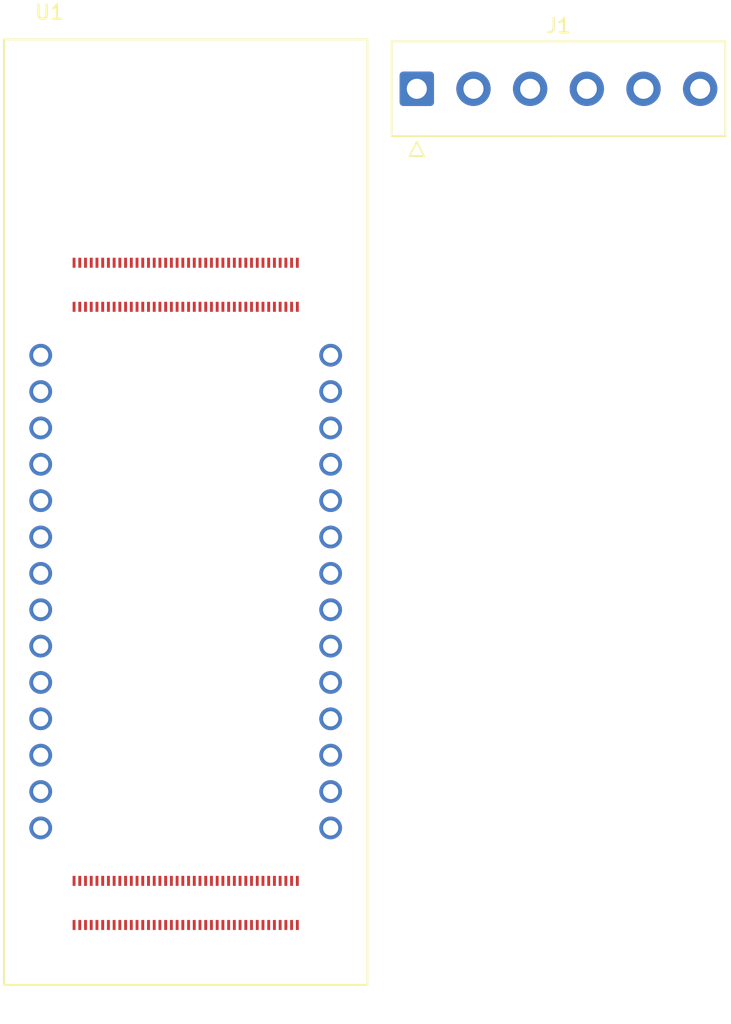
<source format=kicad_pcb>
(kicad_pcb (version 20221018) (generator pcbnew)
  (layers (0 "F.Cu" signal) (31 "B.Cu" signal) (34 "B.Paste" user) (35 "F.Paste" user) (36 "B.SilkS" user "B.Silkscreen") (37 "F.SilkS" user "F.Silkscreen") (38 "B.Mask" user) (39 "F.Mask" user) (44 "Edge.Cuts" user))
  (net 0 "")
  (net 1 "I2C-SCL")
  (net 2 "I2C-SDA")
  (net 10 "Net-(U1A-GND-PadJ1_22)")
  (net 15 "Net-(U1A-VIN-PadJ1_21)")
  (net 30 "Net-(U1A-VSYS-PadJ1_53)")
  (footprint "Connector_TE-Connectivity:TE_826576-6_1x06_P3.96mm_Vertical" (layer "F.Cu") (at 112.16 60.09)
    (fp_text reference "J1" (at 9.9 -4.4) (layer "F.SilkS"))
    (fp_text value "Conn_01x05")
    (fp_line (start -1.76 -3.31) (end -1.76 3.31) (stroke (width 0.12)) (layer "F.SilkS"))
    (fp_line (start -1.76 3.31) (end 9.9 3.31) (stroke (width 0.12)) (layer "F.SilkS"))
    (fp_line (start -0.5 4.7) (end 0 3.7) (stroke (width 0.12)) (layer "F.SilkS"))
    (fp_line (start 0 3.7) (end 0.5 4.7) (stroke (width 0.12)) (layer "F.SilkS"))
    (fp_line (start 0.5 4.7) (end -0.5 4.7) (stroke (width 0.12)) (layer "F.SilkS"))
    (fp_line (start 9.9 -3.31) (end -1.76 -3.31) (stroke (width 0.12)) (layer "F.SilkS"))
    (fp_line (start 9.9 -3.31) (end 21.56 -3.31) (stroke (width 0.12)) (layer "F.SilkS"))
    (fp_line (start 21.56 -3.31) (end 21.56 3.31) (stroke (width 0.12)) (layer "F.SilkS"))
    (fp_line (start 21.56 3.31) (end 9.9 3.31) (stroke (width 0.12)) (layer "F.SilkS"))
    (pad "1" thru_hole roundrect (at 0 0) (size 2.4 2.4) (drill 1.4) (layers "*.Cu" "*.Mask") (roundrect_rratio 0.104167) (net 1 "I2C-SCL"))
    (pad "2" thru_hole circle (at 3.96 0) (size 2.4 2.4) (drill 1.4) (layers "*.Cu" "*.Mask") (net 2 "I2C-SDA"))
    (pad "3" thru_hole circle (at 7.92 0) (size 2.4 2.4) (drill 1.4) (layers "*.Cu" "*.Mask"))
    (pad "4" thru_hole circle (at 11.88 0) (size 2.4 2.4) (drill 1.4) (layers "*.Cu" "*.Mask"))
    (pad "5" thru_hole circle (at 15.84 0) (size 2.4 2.4) (drill 1.4) (layers "*.Cu" "*.Mask"))
    (pad "6" thru_hole circle (at 19.8 0) (size 2.4 2.4) (drill 1.4) (layers "*.Cu" "*.Mask"))
  )
  (footprint "ABX00042:MODULE_ABX00042" (layer "F.Cu") (at 96.01 89.66)
    (fp_text reference "U1" (at -9.525 -34.925) (layer "F.SilkS"))
    (fp_text value "ABX00042")
    (fp_line (start -12.7 -33.02) (end -12.7 33.02) (stroke (width 0.127)) (layer "F.SilkS"))
    (fp_line (start -12.7 33.02) (end 12.7 33.02) (stroke (width 0.127)) (layer "F.SilkS"))
    (fp_line (start 12.7 -33.02) (end -12.7 -33.02) (stroke (width 0.127)) (layer "F.SilkS"))
    (fp_line (start 12.7 33.02) (end 12.7 -33.02) (stroke (width 0.127)) (layer "F.SilkS"))
    (pad "" np_thru_hole circle (at -10.67 -30.99) (size 2.25 2.25) (drill 2.25) (layers "*.Cu" "*.Mask"))
    (pad "" np_thru_hole circle (at -10.67 30.99) (size 2.25 2.25) (drill 2.25) (layers "*.Cu" "*.Mask"))
    (pad "" np_thru_hole circle (at 10.67 -30.99) (size 2.25 2.25) (drill 2.25) (layers "*.Cu" "*.Mask"))
    (pad "" np_thru_hole circle (at 10.67 30.99) (size 2.25 2.25) (drill 2.25) (layers "*.Cu" "*.Mask"))
    (pad "J1_1" smd rect (at -7.8 -17.42) (size 0.2 0.7) (layers "F.Cu" "F.Paste" "F.Mask"))
    (pad "J1_2" smd rect (at -7.8 -14.34) (size 0.2 0.7) (layers "F.Cu" "F.Paste" "F.Mask"))
    (pad "J1_3" smd rect (at -7.4 -17.42) (size 0.2 0.7) (layers "F.Cu" "F.Paste" "F.Mask"))
    (pad "J1_4" smd rect (at -7.4 -14.34) (size 0.2 0.7) (layers "F.Cu" "F.Paste" "F.Mask"))
    (pad "J1_5" smd rect (at -7 -17.42) (size 0.2 0.7) (layers "F.Cu" "F.Paste" "F.Mask"))
    (pad "J1_6" smd rect (at -7 -14.34) (size 0.2 0.7) (layers "F.Cu" "F.Paste" "F.Mask"))
    (pad "J1_7" smd rect (at -6.6 -17.42) (size 0.2 0.7) (layers "F.Cu" "F.Paste" "F.Mask"))
    (pad "J1_8" smd rect (at -6.6 -14.34) (size 0.2 0.7) (layers "F.Cu" "F.Paste" "F.Mask"))
    (pad "J1_9" smd rect (at -6.2 -17.42) (size 0.2 0.7) (layers "F.Cu" "F.Paste" "F.Mask"))
    (pad "J1_10" smd rect (at -6.2 -14.34) (size 0.2 0.7) (layers "F.Cu" "F.Paste" "F.Mask"))
    (pad "J1_11" smd rect (at -5.8 -17.42) (size 0.2 0.7) (layers "F.Cu" "F.Paste" "F.Mask"))
    (pad "J1_12" smd rect (at -5.8 -14.34) (size 0.2 0.7) (layers "F.Cu" "F.Paste" "F.Mask"))
    (pad "J1_13" smd rect (at -5.4 -17.42) (size 0.2 0.7) (layers "F.Cu" "F.Paste" "F.Mask"))
    (pad "J1_14" smd rect (at -5.4 -14.34) (size 0.2 0.7) (layers "F.Cu" "F.Paste" "F.Mask"))
    (pad "J1_15" smd rect (at -5 -17.42) (size 0.2 0.7) (layers "F.Cu" "F.Paste" "F.Mask"))
    (pad "J1_16" smd rect (at -5 -14.34) (size 0.2 0.7) (layers "F.Cu" "F.Paste" "F.Mask"))
    (pad "J1_17" smd rect (at -4.6 -17.42) (size 0.2 0.7) (layers "F.Cu" "F.Paste" "F.Mask"))
    (pad "J1_18" smd rect (at -4.6 -14.34) (size 0.2 0.7) (layers "F.Cu" "F.Paste" "F.Mask"))
    (pad "J1_19" smd rect (at -4.2 -17.42) (size 0.2 0.7) (layers "F.Cu" "F.Paste" "F.Mask"))
    (pad "J1_20" smd rect (at -4.2 -14.34) (size 0.2 0.7) (layers "F.Cu" "F.Paste" "F.Mask"))
    (pad "J1_21" smd rect (at -3.8 -17.42) (size 0.2 0.7) (layers "F.Cu" "F.Paste" "F.Mask") (net 15 "Net-(U1A-VIN-PadJ1_21)"))
    (pad "J1_22" smd rect (at -3.8 -14.34) (size 0.2 0.7) (layers "F.Cu" "F.Paste" "F.Mask") (net 10 "Net-(U1A-GND-PadJ1_22)"))
    (pad "J1_23" smd rect (at -3.4 -17.42) (size 0.2 0.7) (layers "F.Cu" "F.Paste" "F.Mask"))
    (pad "J1_24" smd rect (at -3.4 -14.34) (size 0.2 0.7) (layers "F.Cu" "F.Paste" "F.Mask"))
    (pad "J1_25" smd rect (at -3 -17.42) (size 0.2 0.7) (layers "F.Cu" "F.Paste" "F.Mask"))
    (pad "J1_26" smd rect (at -3 -14.34) (size 0.2 0.7) (layers "F.Cu" "F.Paste" "F.Mask"))
    (pad "J1_27" smd rect (at -2.6 -17.42) (size 0.2 0.7) (layers "F.Cu" "F.Paste" "F.Mask"))
    (pad "J1_28" smd rect (at -2.6 -14.34) (size 0.2 0.7) (layers "F.Cu" "F.Paste" "F.Mask"))
    (pad "J1_29" smd rect (at -2.2 -17.42) (size 0.2 0.7) (layers "F.Cu" "F.Paste" "F.Mask"))
    (pad "J1_30" smd rect (at -2.2 -14.34) (size 0.2 0.7) (layers "F.Cu" "F.Paste" "F.Mask"))
    (pad "J1_31" smd rect (at -1.8 -17.42) (size 0.2 0.7) (layers "F.Cu" "F.Paste" "F.Mask") (net 10 "Net-(U1A-GND-PadJ1_22)"))
    (pad "J1_32" smd rect (at -1.8 -14.34) (size 0.2 0.7) (layers "F.Cu" "F.Paste" "F.Mask") (net 15 "Net-(U1A-VIN-PadJ1_21)"))
    (pad "J1_33" smd rect (at -1.4 -17.42) (size 0.2 0.7) (layers "F.Cu" "F.Paste" "F.Mask"))
    (pad "J1_34" smd rect (at -1.4 -14.34) (size 0.2 0.7) (layers "F.Cu" "F.Paste" "F.Mask"))
    (pad "J1_35" smd rect (at -1 -17.42) (size 0.2 0.7) (layers "F.Cu" "F.Paste" "F.Mask"))
    (pad "J1_36" smd rect (at -1 -14.34) (size 0.2 0.7) (layers "F.Cu" "F.Paste" "F.Mask"))
    (pad "J1_37" smd rect (at -0.6 -17.42) (size 0.2 0.7) (layers "F.Cu" "F.Paste" "F.Mask"))
    (pad "J1_38" smd rect (at -0.6 -14.34) (size 0.2 0.7) (layers "F.Cu" "F.Paste" "F.Mask"))
    (pad "J1_39" smd rect (at -0.2 -17.42) (size 0.2 0.7) (layers "F.Cu" "F.Paste" "F.Mask"))
    (pad "J1_40" smd rect (at -0.2 -14.34) (size 0.2 0.7) (layers "F.Cu" "F.Paste" "F.Mask"))
    (pad "J1_41" smd rect (at 0.2 -17.42) (size 0.2 0.7) (layers "F.Cu" "F.Paste" "F.Mask") (net 15 "Net-(U1A-VIN-PadJ1_21)"))
    (pad "J1_42" smd rect (at 0.2 -14.34) (size 0.2 0.7) (layers "F.Cu" "F.Paste" "F.Mask") (net 10 "Net-(U1A-GND-PadJ1_22)"))
    (pad "J1_43" smd rect (at 0.6 -17.42) (size 0.2 0.7) (layers "F.Cu" "F.Paste" "F.Mask"))
    (pad "J1_44" smd rect (at 0.6 -14.34) (size 0.2 0.7) (layers "F.Cu" "F.Paste" "F.Mask") (net 2 "I2C-SDA"))
    (pad "J1_45" smd rect (at 1 -17.42) (size 0.2 0.7) (layers "F.Cu" "F.Paste" "F.Mask"))
    (pad "J1_46" smd rect (at 1 -14.34) (size 0.2 0.7) (layers "F.Cu" "F.Paste" "F.Mask") (net 1 "I2C-SCL"))
    (pad "J1_47" smd rect (at 1.4 -17.42) (size 0.2 0.7) (layers "F.Cu" "F.Paste" "F.Mask") (net 10 "Net-(U1A-GND-PadJ1_22)"))
    (pad "J1_48" smd rect (at 1.4 -14.34) (size 0.2 0.7) (layers "F.Cu" "F.Paste" "F.Mask") (net 15 "Net-(U1A-VIN-PadJ1_21)"))
    (pad "J1_49" smd rect (at 1.8 -17.42) (size 0.2 0.7) (layers "F.Cu" "F.Paste" "F.Mask"))
    (pad "J1_50" smd rect (at 1.8 -14.34) (size 0.2 0.7) (layers "F.Cu" "F.Paste" "F.Mask"))
    (pad "J1_51" smd rect (at 2.2 -17.42) (size 0.2 0.7) (layers "F.Cu" "F.Paste" "F.Mask"))
    (pad "J1_52" smd rect (at 2.2 -14.34) (size 0.2 0.7) (layers "F.Cu" "F.Paste" "F.Mask"))
    (pad "J1_53" smd rect (at 2.6 -17.42) (size 0.2 0.7) (layers "F.Cu" "F.Paste" "F.Mask") (net 30 "Net-(U1A-VSYS-PadJ1_53)"))
    (pad "J1_54" smd rect (at 2.6 -14.34) (size 0.2 0.7) (layers "F.Cu" "F.Paste" "F.Mask") (net 10 "Net-(U1A-GND-PadJ1_22)"))
    (pad "J1_55" smd rect (at 3 -17.42) (size 0.2 0.7) (layers "F.Cu" "F.Paste" "F.Mask"))
    (pad "J1_56" smd rect (at 3 -14.34) (size 0.2 0.7) (layers "F.Cu" "F.Paste" "F.Mask"))
    (pad "J1_57" smd rect (at 3.4 -17.42) (size 0.2 0.7) (layers "F.Cu" "F.Paste" "F.Mask"))
    (pad "J1_58" smd rect (at 3.4 -14.34) (size 0.2 0.7) (layers "F.Cu" "F.Paste" "F.Mask"))
    (pad "J1_59" smd rect (at 3.8 -17.42) (size 0.2 0.7) (layers "F.Cu" "F.Paste" "F.Mask"))
    (pad "J1_60" smd rect (at 3.8 -14.34) (size 0.2 0.7) (layers "F.Cu" "F.Paste" "F.Mask"))
    (pad "J1_61" smd rect (at 4.2 -17.42) (size 0.2 0.7) (layers "F.Cu" "F.Paste" "F.Mask"))
    (pad "J1_62" smd rect (at 4.2 -14.34) (size 0.2 0.7) (layers "F.Cu" "F.Paste" "F.Mask"))
    (pad "J1_63" smd rect (at 4.6 -17.42) (size 0.2 0.7) (layers "F.Cu" "F.Paste" "F.Mask"))
    (pad "J1_64" smd rect (at 4.6 -14.34) (size 0.2 0.7) (layers "F.Cu" "F.Paste" "F.Mask") (net 30 "Net-(U1A-VSYS-PadJ1_53)"))
    (pad "J1_65" smd rect (at 5 -17.42) (size 0.2 0.7) (layers "F.Cu" "F.Paste" "F.Mask"))
    (pad "J1_66" smd rect (at 5 -14.34) (size 0.2 0.7) (layers "F.Cu" "F.Paste" "F.Mask"))
    (pad "J1_67" smd rect (at 5.4 -17.42) (size 0.2 0.7) (layers "F.Cu" "F.Paste" "F.Mask"))
    (pad "J1_68" smd rect (at 5.4 -14.34) (size 0.2 0.7) (layers "F.Cu" "F.Paste" "F.Mask"))
    (pad "J1_69" smd rect (at 5.8 -17.42) (size 0.2 0.7) (layers "F.Cu" "F.Paste" "F.Mask"))
    (pad "J1_70" smd rect (at 5.8 -14.34) (size 0.2 0.7) (layers "F.Cu" "F.Paste" "F.Mask"))
    (pad "J1_71" smd rect (at 6.2 -17.42) (size 0.2 0.7) (layers "F.Cu" "F.Paste" "F.Mask"))
    (pad "J1_72" smd rect (at 6.2 -14.34) (size 0.2 0.7) (layers "F.Cu" "F.Paste" "F.Mask"))
    (pad "J1_73" smd rect (at 6.6 -17.42) (size 0.2 0.7) (layers "F.Cu" "F.Paste" "F.Mask"))
    (pad "J1_74" smd rect (at 6.6 -14.34) (size 0.2 0.7) (layers "F.Cu" "F.Paste" "F.Mask"))
    (pad "J1_75" smd rect (at 7 -17.42) (size 0.2 0.7) (layers "F.Cu" "F.Paste" "F.Mask"))
    (pad "J1_76" smd rect (at 7 -14.34) (size 0.2 0.7) (layers "F.Cu" "F.Paste" "F.Mask"))
    (pad "J1_77" smd rect (at 7.4 -17.42) (size 0.2 0.7) (layers "F.Cu" "F.Paste" "F.Mask"))
    (pad "J1_78" smd rect (at 7.4 -14.34) (size 0.2 0.7) (layers "F.Cu" "F.Paste" "F.Mask"))
    (pad "J1_79" smd rect (at 7.8 -17.42) (size 0.2 0.7) (layers "F.Cu" "F.Paste" "F.Mask"))
    (pad "J1_80" smd rect (at 7.8 -14.34) (size 0.2 0.7) (layers "F.Cu" "F.Paste" "F.Mask"))
    (pad "J2_1" smd rect (at 7.8 28.84) (size 0.2 0.7) (layers "F.Cu" "F.Paste" "F.Mask"))
    (pad "J2_2" smd rect (at 7.8 25.76) (size 0.2 0.7) (layers "F.Cu" "F.Paste" "F.Mask"))
    (pad "J2_3" smd rect (at 7.4 28.84) (size 0.2 0.7) (layers "F.Cu" "F.Paste" "F.Mask"))
    (pad "J2_4" smd rect (at 7.4 25.76) (size 0.2 0.7) (layers "F.Cu" "F.Paste" "F.Mask"))
    (pad "J2_5" smd rect (at 7 28.84) (size 0.2 0.7) (layers "F.Cu" "F.Paste" "F.Mask"))
    (pad "J2_6" smd rect (at 7 25.76) (size 0.2 0.7) (layers "F.Cu" "F.Paste" "F.Mask"))
    (pad "J2_7" smd rect (at 6.6 28.84) (size 0.2 0.7) (layers "F.Cu" "F.Paste" "F.Mask"))
    (pad "J2_8" smd rect (at 6.6 25.76) (size 0.2 0.7) (layers "F.Cu" "F.Paste" "F.Mask"))
    (pad "J2_9" smd rect (at 6.2 28.84) (size 0.2 0.7) (layers "F.Cu" "F.Paste" "F.Mask"))
    (pad "J2_10" smd rect (at 6.2 25.76) (size 0.2 0.7) (layers "F.Cu" "F.Paste" "F.Mask"))
    (pad "J2_11" smd rect (at 5.8 28.84) (size 0.2 0.7) (layers "F.Cu" "F.Paste" "F.Mask"))
    (pad "J2_12" smd rect (at 5.8 25.76) (size 0.2 0.7) (layers "F.Cu" "F.Paste" "F.Mask"))
    (pad "J2_13" smd rect (at 5.4 28.84) (size 0.2 0.7) (layers "F.Cu" "F.Paste" "F.Mask"))
    (pad "J2_14" smd rect (at 5.4 25.76) (size 0.2 0.7) (layers "F.Cu" "F.Paste" "F.Mask"))
    (pad "J2_15" smd rect (at 5 28.84) (size 0.2 0.7) (layers "F.Cu" "F.Paste" "F.Mask"))
    (pad "J2_16" smd rect (at 5 25.76) (size 0.2 0.7) (layers "F.Cu" "F.Paste" "F.Mask"))
    (pad "J2_17" smd rect (at 4.6 28.84) (size 0.2 0.7) (layers "F.Cu" "F.Paste" "F.Mask"))
    (pad "J2_18" smd rect (at 4.6 25.76) (size 0.2 0.7) (layers "F.Cu" "F.Paste" "F.Mask"))
    (pad "J2_19" smd rect (at 4.2 28.84) (size 0.2 0.7) (layers "F.Cu" "F.Paste" "F.Mask"))
    (pad "J2_20" smd rect (at 4.2 25.76) (size 0.2 0.7) (layers "F.Cu" "F.Paste" "F.Mask"))
    (pad "J2_21" smd rect (at 3.8 28.84) (size 0.2 0.7) (layers "F.Cu" "F.Paste" "F.Mask"))
    (pad "J2_22" smd rect (at 3.8 25.76) (size 0.2 0.7) (layers "F.Cu" "F.Paste" "F.Mask"))
    (pad "J2_23" smd rect (at 3.4 28.84) (size 0.2 0.7) (layers "F.Cu" "F.Paste" "F.Mask"))
    (pad "J2_24" smd rect (at 3.4 25.76) (size 0.2 0.7) (layers "F.Cu" "F.Paste" "F.Mask"))
    (pad "J2_25" smd rect (at 3 28.84) (size 0.2 0.7) (layers "F.Cu" "F.Paste" "F.Mask"))
    (pad "J2_26" smd rect (at 3 25.76) (size 0.2 0.7) (layers "F.Cu" "F.Paste" "F.Mask"))
    (pad "J2_27" smd rect (at 2.6 28.84) (size 0.2 0.7) (layers "F.Cu" "F.Paste" "F.Mask"))
    (pad "J2_28" smd rect (at 2.6 25.76) (size 0.2 0.7) (layers "F.Cu" "F.Paste" "F.Mask"))
    (pad "J2_29" smd rect (at 2.2 28.84) (size 0.2 0.7) (layers "F.Cu" "F.Paste" "F.Mask"))
    (pad "J2_30" smd rect (at 2.2 25.76) (size 0.2 0.7) (layers "F.Cu" "F.Paste" "F.Mask"))
    (pad "J2_31" smd rect (at 1.8 28.84) (size 0.2 0.7) (layers "F.Cu" "F.Paste" "F.Mask"))
    (pad "J2_32" smd rect (at 1.8 25.76) (size 0.2 0.7) (layers "F.Cu" "F.Paste" "F.Mask"))
    (pad "J2_33" smd rect (at 1.4 28.84) (size 0.2 0.7) (layers "F.Cu" "F.Paste" "F.Mask"))
    (pad "J2_34" smd rect (at 1.4 25.76) (size 0.2 0.7) (layers "F.Cu" "F.Paste" "F.Mask"))
    (pad "J2_35" smd rect (at 1 28.84) (size 0.2 0.7) (layers "F.Cu" "F.Paste" "F.Mask"))
    (pad "J2_36" smd rect (at 1 25.76) (size 0.2 0.7) (layers "F.Cu" "F.Paste" "F.Mask"))
    (pad "J2_37" smd rect (at 0.6 28.84) (size 0.2 0.7) (layers "F.Cu" "F.Paste" "F.Mask"))
    (pad "J2_38" smd rect (at 0.6 25.76) (size 0.2 0.7) (layers "F.Cu" "F.Paste" "F.Mask"))
    (pad "J2_39" smd rect (at 0.2 28.84) (size 0.2 0.7) (layers "F.Cu" "F.Paste" "F.Mask"))
    (pad "J2_40" smd rect (at 0.2 25.76) (size 0.2 0.7) (layers "F.Cu" "F.Paste" "F.Mask"))
    (pad "J2_41" smd rect (at -0.2 28.84) (size 0.2 0.7) (layers "F.Cu" "F.Paste" "F.Mask"))
    (pad "J2_42" smd rect (at -0.2 25.76) (size 0.2 0.7) (layers "F.Cu" "F.Paste" "F.Mask"))
    (pad "J2_43" smd rect (at -0.6 28.84) (size 0.2 0.7) (layers "F.Cu" "F.Paste" "F.Mask"))
    (pad "J2_44" smd rect (at -0.6 25.76) (size 0.2 0.7) (layers "F.Cu" "F.Paste" "F.Mask"))
    (pad "J2_45" smd rect (at -1 28.84) (size 0.2 0.7) (layers "F.Cu" "F.Paste" "F.Mask"))
    (pad "J2_46" smd rect (at -1 25.76) (size 0.2 0.7) (layers "F.Cu" "F.Paste" "F.Mask"))
    (pad "J2_47" smd rect (at -1.4 28.84) (size 0.2 0.7) (layers "F.Cu" "F.Paste" "F.Mask"))
    (pad "J2_48" smd rect (at -1.4 25.76) (size 0.2 0.7) (layers "F.Cu" "F.Paste" "F.Mask"))
    (pad "J2_49" smd rect (at -1.8 28.84) (size 0.2 0.7) (layers "F.Cu" "F.Paste" "F.Mask"))
    (pad "J2_50" smd rect (at -1.8 25.76) (size 0.2 0.7) (layers "F.Cu" "F.Paste" "F.Mask"))
    (pad "J2_51" smd rect (at -2.2 28.84) (size 0.2 0.7) (layers "F.Cu" "F.Paste" "F.Mask"))
    (pad "J2_52" smd rect (at -2.2 25.76) (size 0.2 0.7) (layers "F.Cu" "F.Paste" "F.Mask"))
    (pad "J2_53" smd rect (at -2.6 28.84) (size 0.2 0.7) (layers "F.Cu" "F.Paste" "F.Mask"))
    (pad "J2_54" smd rect (at -2.6 25.76) (size 0.2 0.7) (layers "F.Cu" "F.Paste" "F.Mask"))
    (pad "J2_55" smd rect (at -3 28.84) (size 0.2 0.7) (layers "F.Cu" "F.Paste" "F.Mask"))
    (pad "J2_56" smd rect (at -3 25.76) (size 0.2 0.7) (layers "F.Cu" "F.Paste" "F.Mask"))
    (pad "J2_57" smd rect (at -3.4 28.84) (size 0.2 0.7) (layers "F.Cu" "F.Paste" "F.Mask"))
    (pad "J2_58" smd rect (at -3.4 25.76) (size 0.2 0.7) (layers "F.Cu" "F.Paste" "F.Mask"))
    (pad "J2_59" smd rect (at -3.8 28.84) (size 0.2 0.7) (layers "F.Cu" "F.Paste" "F.Mask"))
    (pad "J2_60" smd rect (at -3.8 25.76) (size 0.2 0.7) (layers "F.Cu" "F.Paste" "F.Mask"))
    (pad "J2_61" smd rect (at -4.2 28.84) (size 0.2 0.7) (layers "F.Cu" "F.Paste" "F.Mask"))
    (pad "J2_62" smd rect (at -4.2 25.76) (size 0.2 0.7) (layers "F.Cu" "F.Paste" "F.Mask"))
    (pad "J2_63" smd rect (at -4.6 28.84) (size 0.2 0.7) (layers "F.Cu" "F.Paste" "F.Mask"))
    (pad "J2_64" smd rect (at -4.6 25.76) (size 0.2 0.7) (layers "F.Cu" "F.Paste" "F.Mask"))
    (pad "J2_65" smd rect (at -5 28.84) (size 0.2 0.7) (layers "F.Cu" "F.Paste" "F.Mask"))
    (pad "J2_66" smd rect (at -5 25.76) (size 0.2 0.7) (layers "F.Cu" "F.Paste" "F.Mask"))
    (pad "J2_67" smd rect (at -5.4 28.84) (size 0.2 0.7) (layers "F.Cu" "F.Paste" "F.Mask"))
    (pad "J2_68" smd rect (at -5.4 25.76) (size 0.2 0.7) (layers "F.Cu" "F.Paste" "F.Mask"))
    (pad "J2_69" smd rect (at -5.8 28.84) (size 0.2 0.7) (layers "F.Cu" "F.Paste" "F.Mask"))
    (pad "J2_70" smd rect (at -5.8 25.76) (size 0.2 0.7) (layers "F.Cu" "F.Paste" "F.Mask"))
    (pad "J2_71" smd rect (at -6.2 28.84) (size 0.2 0.7) (layers "F.Cu" "F.Paste" "F.Mask"))
    (pad "J2_72" smd rect (at -6.2 25.76) (size 0.2 0.7) (layers "F.Cu" "F.Paste" "F.Mask"))
    (pad "J2_73" smd rect (at -6.6 28.84) (size 0.2 0.7) (layers "F.Cu" "F.Paste" "F.Mask"))
    (pad "J2_74" smd rect (at -6.6 25.76) (size 0.2 0.7) (layers "F.Cu" "F.Paste" "F.Mask"))
    (pad "J2_75" smd rect (at -7 28.84) (size 0.2 0.7) (layers "F.Cu" "F.Paste" "F.Mask"))
    (pad "J2_76" smd rect (at -7 25.76) (size 0.2 0.7) (layers "F.Cu" "F.Paste" "F.Mask"))
    (pad "J2_77" smd rect (at -7.4 28.84) (size 0.2 0.7) (layers "F.Cu" "F.Paste" "F.Mask"))
    (pad "J2_78" smd rect (at -7.4 25.76) (size 0.2 0.7) (layers "F.Cu" "F.Paste" "F.Mask"))
    (pad "J2_79" smd rect (at -7.8 28.84) (size 0.2 0.7) (layers "F.Cu" "F.Paste" "F.Mask"))
    (pad "J2_80" smd rect (at -7.8 25.76) (size 0.2 0.7) (layers "F.Cu" "F.Paste" "F.Mask"))
    (pad "JA1" thru_hole circle (at -10.13 -10.96) (size 1.59 1.59) (drill 1.06) (layers "*.Cu" "*.Mask"))
    (pad "JA2" thru_hole circle (at -10.13 -8.42) (size 1.59 1.59) (drill 1.06) (layers "*.Cu" "*.Mask"))
    (pad "JA3" thru_hole circle (at -10.13 -5.88) (size 1.59 1.59) (drill 1.06) (layers "*.Cu" "*.Mask"))
    (pad "JA4" thru_hole circle (at -10.13 -3.34) (size 1.59 1.59) (drill 1.06) (layers "*.Cu" "*.Mask"))
    (pad "JA5" thru_hole circle (at -10.13 -0.8) (size 1.59 1.59) (drill 1.06) (layers "*.Cu" "*.Mask"))
    (pad "JA6" thru_hole circle (at -10.13 1.74) (size 1.59 1.59) (drill 1.06) (layers "*.Cu" "*.Mask"))
    (pad "JA7" thru_hole circle (at -10.13 4.28) (size 1.59 1.59) (drill 1.06) (layers "*.Cu" "*.Mask"))
    (pad "JA8" thru_hole circle (at -10.13 6.82) (size 1.59 1.59) (drill 1.06) (layers "*.Cu" "*.Mask"))
    (pad "JA9" thru_hole circle (at -10.13 9.36) (size 1.59 1.59) (drill 1.06) (layers "*.Cu" "*.Mask"))
    (pad "JA10" thru_hole circle (at -10.13 11.9) (size 1.59 1.59) (drill 1.06) (layers "*.Cu" "*.Mask"))
    (pad "JA11" thru_hole circle (at -10.13 14.44) (size 1.59 1.59) (drill 1.06) (layers "*.Cu" "*.Mask"))
    (pad "JA12" thru_hole circle (at -10.13 16.98) (size 1.59 1.59) (drill 1.06) (layers "*.Cu" "*.Mask"))
    (pad "JA13" thru_hole circle (at -10.13 19.52) (size 1.59 1.59) (drill 1.06) (layers "*.Cu" "*.Mask"))
    (pad "JA14" thru_hole circle (at -10.13 22.06) (size 1.59 1.59) (drill 1.06) (layers "*.Cu" "*.Mask"))
    (pad "JD1" thru_hole circle (at 10.13 -10.96) (size 1.59 1.59) (drill 1.06) (layers "*.Cu" "*.Mask"))
    (pad "JD2" thru_hole circle (at 10.13 -8.42) (size 1.59 1.59) (drill 1.06) (layers "*.Cu" "*.Mask"))
    (pad "JD3" thru_hole circle (at 10.13 -5.88) (size 1.59 1.59) (drill 1.06) (layers "*.Cu" "*.Mask"))
    (pad "JD4" thru_hole circle (at 10.13 -3.34) (size 1.59 1.59) (drill 1.06) (layers "*.Cu" "*.Mask"))
    (pad "JD5" thru_hole circle (at 10.13 -0.8) (size 1.59 1.59) (drill 1.06) (layers "*.Cu" "*.Mask"))
    (pad "JD6" thru_hole circle (at 10.13 1.74) (size 1.59 1.59) (drill 1.06) (layers "*.Cu" "*.Mask"))
    (pad "JD7" thru_hole circle (at 10.13 4.28) (size 1.59 1.59) (drill 1.06) (layers "*.Cu" "*.Mask"))
    (pad "JD8" thru_hole circle (at 10.13 6.82) (size 1.59 1.59) (drill 1.06) (layers "*.Cu" "*.Mask"))
    (pad "JD9" thru_hole circle (at 10.13 9.36) (size 1.59 1.59) (drill 1.06) (layers "*.Cu" "*.Mask"))
    (pad "JD10" thru_hole circle (at 10.13 11.9) (size 1.59 1.59) (drill 1.06) (layers "*.Cu" "*.Mask"))
    (pad "JD11" thru_hole circle (at 10.13 14.44) (size 1.59 1.59) (drill 1.06) (layers "*.Cu" "*.Mask"))
    (pad "JD12" thru_hole circle (at 10.13 16.98) (size 1.59 1.59) (drill 1.06) (layers "*.Cu" "*.Mask"))
    (pad "JD13" thru_hole circle (at 10.13 19.52) (size 1.59 1.59) (drill 1.06) (layers "*.Cu" "*.Mask"))
    (pad "JD14" thru_hole circle (at 10.13 22.06) (size 1.59 1.59) (drill 1.06) (layers "*.Cu" "*.Mask"))
  )
)
</source>
